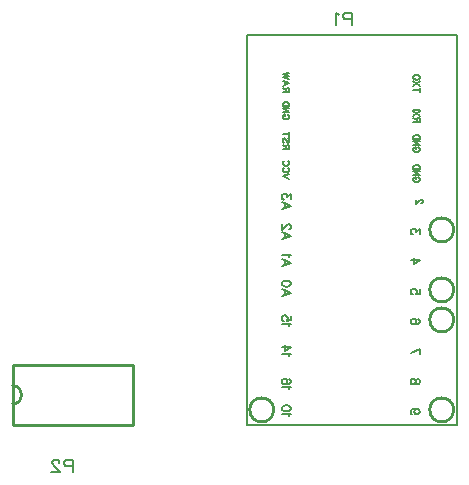
<source format=gbo>
G04 ---------------------------- Layer name :BOTTOM SILK LAYER*
G04 EasyEDA v5.8.22, Sun, 09 Dec 2018 21:39:12 GMT*
G04 2c5bf0bc6ca0461b88a5c6b9ef220c93*
G04 Gerber Generator version 0.2*
G04 Scale: 100 percent, Rotated: No, Reflected: No *
G04 Dimensions in millimeters *
G04 leading zeros omitted , absolute positions ,3 integer and 3 decimal *
%FSLAX33Y33*%
%MOMM*%
G90*
G71D02*

%ADD10C,0.254000*%
%ADD16C,0.152400*%
%ADD17C,0.177800*%
%ADD18C,0.203200*%

%LPD*%
G54D10*
G01X1777Y8635D02*
G01X11937Y8635D01*
G01X11937Y8635D02*
G01X11937Y13715D01*
G01X11937Y13715D02*
G01X1777Y13715D01*
G01X1777Y13715D02*
G01X1777Y8635D01*
G54D18*
G01X39369Y41655D02*
G01X39369Y8635D01*
G01X21589Y8635D01*
G01X21589Y41655D01*
G01X39369Y41655D01*
G54D17*
G01X6857Y5702D02*
G01X6857Y4612D01*
G01X6857Y5702D02*
G01X6390Y5702D01*
G01X6235Y5651D01*
G01X6182Y5600D01*
G01X6131Y5496D01*
G01X6131Y5339D01*
G01X6182Y5234D01*
G01X6235Y5184D01*
G01X6390Y5130D01*
G01X6857Y5130D01*
G01X5735Y5443D02*
G01X5735Y5496D01*
G01X5684Y5600D01*
G01X5631Y5651D01*
G01X5526Y5702D01*
G01X5321Y5702D01*
G01X5217Y5651D01*
G01X5163Y5600D01*
G01X5112Y5496D01*
G01X5112Y5392D01*
G01X5163Y5288D01*
G01X5267Y5130D01*
G01X5788Y4612D01*
G01X5059Y4612D01*
G01X30479Y43548D02*
G01X30479Y42458D01*
G01X30479Y43548D02*
G01X30012Y43548D01*
G01X29857Y43497D01*
G01X29804Y43446D01*
G01X29753Y43342D01*
G01X29753Y43185D01*
G01X29804Y43080D01*
G01X29857Y43030D01*
G01X30012Y42976D01*
G01X30479Y42976D01*
G01X29410Y43342D02*
G01X29306Y43393D01*
G01X29148Y43548D01*
G01X29148Y42458D01*
G54D16*
G01X35986Y9974D02*
G01X35882Y9941D01*
G01X35813Y9870D01*
G01X35778Y9766D01*
G01X35778Y9733D01*
G01X35813Y9629D01*
G01X35882Y9560D01*
G01X35986Y9524D01*
G01X36022Y9524D01*
G01X36126Y9560D01*
G01X36194Y9629D01*
G01X36230Y9733D01*
G01X36230Y9766D01*
G01X36194Y9870D01*
G01X36126Y9941D01*
G01X35986Y9974D01*
G01X35813Y9974D01*
G01X35641Y9941D01*
G01X35537Y9870D01*
G01X35501Y9766D01*
G01X35501Y9697D01*
G01X35537Y9593D01*
G01X35605Y9560D01*
G01X36230Y12237D02*
G01X36194Y12133D01*
G01X36126Y12100D01*
G01X36055Y12100D01*
G01X35986Y12133D01*
G01X35953Y12204D01*
G01X35918Y12341D01*
G01X35882Y12445D01*
G01X35813Y12514D01*
G01X35745Y12550D01*
G01X35641Y12550D01*
G01X35572Y12514D01*
G01X35537Y12481D01*
G01X35501Y12377D01*
G01X35501Y12237D01*
G01X35537Y12133D01*
G01X35572Y12100D01*
G01X35641Y12064D01*
G01X35745Y12064D01*
G01X35813Y12100D01*
G01X35882Y12169D01*
G01X35918Y12273D01*
G01X35953Y12410D01*
G01X35986Y12481D01*
G01X36055Y12514D01*
G01X36126Y12514D01*
G01X36194Y12481D01*
G01X36230Y12377D01*
G01X36230Y12237D01*
G01X36230Y15090D02*
G01X35501Y14744D01*
G01X36230Y14604D02*
G01X36230Y15090D01*
G01X36126Y17561D02*
G01X36194Y17525D01*
G01X36230Y17421D01*
G01X36230Y17353D01*
G01X36194Y17249D01*
G01X36090Y17180D01*
G01X35918Y17144D01*
G01X35745Y17144D01*
G01X35605Y17180D01*
G01X35537Y17249D01*
G01X35501Y17353D01*
G01X35501Y17386D01*
G01X35537Y17490D01*
G01X35605Y17561D01*
G01X35709Y17594D01*
G01X35745Y17594D01*
G01X35849Y17561D01*
G01X35918Y17490D01*
G01X35953Y17386D01*
G01X35953Y17353D01*
G01X35918Y17249D01*
G01X35849Y17180D01*
G01X35745Y17144D01*
G01X36230Y20101D02*
G01X36230Y19753D01*
G01X35918Y19720D01*
G01X35953Y19753D01*
G01X35986Y19857D01*
G01X35986Y19961D01*
G01X35953Y20065D01*
G01X35882Y20134D01*
G01X35778Y20170D01*
G01X35709Y20170D01*
G01X35605Y20134D01*
G01X35537Y20065D01*
G01X35501Y19961D01*
G01X35501Y19857D01*
G01X35537Y19753D01*
G01X35572Y19720D01*
G01X35641Y19684D01*
G01X36230Y22570D02*
G01X35745Y22224D01*
G01X35745Y22745D01*
G01X36230Y22570D02*
G01X35501Y22570D01*
G01X36230Y24833D02*
G01X36230Y25214D01*
G01X35953Y25006D01*
G01X35953Y25110D01*
G01X35918Y25181D01*
G01X35882Y25214D01*
G01X35778Y25250D01*
G01X35709Y25250D01*
G01X35605Y25214D01*
G01X35537Y25145D01*
G01X35501Y25041D01*
G01X35501Y24937D01*
G01X35537Y24833D01*
G01X35572Y24800D01*
G01X35641Y24764D01*
G01X36372Y27381D02*
G01X36398Y27381D01*
G01X36448Y27406D01*
G01X36474Y27431D01*
G01X36499Y27482D01*
G01X36499Y27584D01*
G01X36474Y27635D01*
G01X36448Y27660D01*
G01X36398Y27685D01*
G01X36347Y27685D01*
G01X36296Y27660D01*
G01X36220Y27609D01*
G01X35966Y27355D01*
G01X35966Y27711D01*
G01X36118Y29590D02*
G01X36169Y29565D01*
G01X36220Y29514D01*
G01X36245Y29463D01*
G01X36245Y29362D01*
G01X36220Y29311D01*
G01X36169Y29260D01*
G01X36118Y29235D01*
G01X36042Y29209D01*
G01X35915Y29209D01*
G01X35839Y29235D01*
G01X35788Y29260D01*
G01X35737Y29311D01*
G01X35712Y29362D01*
G01X35712Y29463D01*
G01X35737Y29514D01*
G01X35788Y29565D01*
G01X35839Y29590D01*
G01X35915Y29590D01*
G01X35915Y29463D02*
G01X35915Y29590D01*
G01X36245Y29758D02*
G01X35712Y29758D01*
G01X36245Y29758D02*
G01X35712Y30114D01*
G01X36245Y30114D02*
G01X35712Y30114D01*
G01X36245Y30281D02*
G01X35712Y30281D01*
G01X36245Y30281D02*
G01X36245Y30459D01*
G01X36220Y30535D01*
G01X36169Y30586D01*
G01X36118Y30612D01*
G01X36042Y30637D01*
G01X35915Y30637D01*
G01X35839Y30612D01*
G01X35788Y30586D01*
G01X35737Y30535D01*
G01X35712Y30459D01*
G01X35712Y30281D01*
G01X36118Y32130D02*
G01X36169Y32105D01*
G01X36220Y32054D01*
G01X36245Y32003D01*
G01X36245Y31902D01*
G01X36220Y31851D01*
G01X36169Y31800D01*
G01X36118Y31775D01*
G01X36042Y31749D01*
G01X35915Y31749D01*
G01X35839Y31775D01*
G01X35788Y31800D01*
G01X35737Y31851D01*
G01X35712Y31902D01*
G01X35712Y32003D01*
G01X35737Y32054D01*
G01X35788Y32105D01*
G01X35839Y32130D01*
G01X35915Y32130D01*
G01X35915Y32003D02*
G01X35915Y32130D01*
G01X36245Y32298D02*
G01X35712Y32298D01*
G01X36245Y32298D02*
G01X35712Y32654D01*
G01X36245Y32654D02*
G01X35712Y32654D01*
G01X36245Y32821D02*
G01X35712Y32821D01*
G01X36245Y32821D02*
G01X36245Y32999D01*
G01X36220Y33075D01*
G01X36169Y33126D01*
G01X36118Y33152D01*
G01X36042Y33177D01*
G01X35915Y33177D01*
G01X35839Y33152D01*
G01X35788Y33126D01*
G01X35737Y33075D01*
G01X35712Y32999D01*
G01X35712Y32821D01*
G01X36245Y34289D02*
G01X35712Y34289D01*
G01X36245Y34289D02*
G01X36245Y34518D01*
G01X36220Y34594D01*
G01X36194Y34620D01*
G01X36144Y34645D01*
G01X36093Y34645D01*
G01X36042Y34620D01*
G01X36017Y34594D01*
G01X35991Y34518D01*
G01X35991Y34289D01*
G01X35991Y34467D02*
G01X35712Y34645D01*
G01X36245Y34813D02*
G01X35712Y35168D01*
G01X36245Y35168D02*
G01X35712Y34813D01*
G01X36245Y35336D02*
G01X35712Y35336D01*
G01X36245Y37007D02*
G01X35712Y37007D01*
G01X36245Y36829D02*
G01X36245Y37185D01*
G01X36245Y37353D02*
G01X35712Y37708D01*
G01X36245Y37708D02*
G01X35712Y37353D01*
G01X36245Y38028D02*
G01X36220Y37978D01*
G01X36169Y37927D01*
G01X36118Y37901D01*
G01X36042Y37876D01*
G01X35915Y37876D01*
G01X35839Y37901D01*
G01X35788Y37927D01*
G01X35737Y37978D01*
G01X35712Y38028D01*
G01X35712Y38130D01*
G01X35737Y38181D01*
G01X35788Y38232D01*
G01X35839Y38257D01*
G01X35915Y38282D01*
G01X36042Y38282D01*
G01X36118Y38257D01*
G01X36169Y38232D01*
G01X36220Y38181D01*
G01X36245Y38130D01*
G01X36245Y38028D01*
G01X25196Y36829D02*
G01X24663Y36829D01*
G01X25196Y36829D02*
G01X25196Y37058D01*
G01X25171Y37134D01*
G01X25145Y37160D01*
G01X25095Y37185D01*
G01X25044Y37185D01*
G01X24993Y37160D01*
G01X24968Y37134D01*
G01X24942Y37058D01*
G01X24942Y36829D01*
G01X24942Y37007D02*
G01X24663Y37185D01*
G01X25196Y37556D02*
G01X24663Y37353D01*
G01X25196Y37556D02*
G01X24663Y37759D01*
G01X24841Y37429D02*
G01X24841Y37683D01*
G01X25196Y37927D02*
G01X24663Y38054D01*
G01X25196Y38181D02*
G01X24663Y38054D01*
G01X25196Y38181D02*
G01X24663Y38308D01*
G01X25196Y38435D02*
G01X24663Y38308D01*
G01X25069Y34924D02*
G01X25120Y34899D01*
G01X25171Y34848D01*
G01X25196Y34797D01*
G01X25196Y34696D01*
G01X25171Y34645D01*
G01X25120Y34594D01*
G01X25069Y34569D01*
G01X24993Y34543D01*
G01X24866Y34543D01*
G01X24790Y34569D01*
G01X24739Y34594D01*
G01X24688Y34645D01*
G01X24663Y34696D01*
G01X24663Y34797D01*
G01X24688Y34848D01*
G01X24739Y34899D01*
G01X24790Y34924D01*
G01X24866Y34924D01*
G01X24866Y34797D02*
G01X24866Y34924D01*
G01X25196Y35092D02*
G01X24663Y35092D01*
G01X25196Y35092D02*
G01X24663Y35448D01*
G01X25196Y35448D02*
G01X24663Y35448D01*
G01X25196Y35615D02*
G01X24663Y35615D01*
G01X25196Y35615D02*
G01X25196Y35793D01*
G01X25171Y35869D01*
G01X25120Y35920D01*
G01X25069Y35946D01*
G01X24993Y35971D01*
G01X24866Y35971D01*
G01X24790Y35946D01*
G01X24739Y35920D01*
G01X24688Y35869D01*
G01X24663Y35793D01*
G01X24663Y35615D01*
G01X25196Y32003D02*
G01X24663Y32003D01*
G01X25196Y32003D02*
G01X25196Y32232D01*
G01X25171Y32308D01*
G01X25145Y32334D01*
G01X25095Y32359D01*
G01X25044Y32359D01*
G01X24993Y32334D01*
G01X24968Y32308D01*
G01X24942Y32232D01*
G01X24942Y32003D01*
G01X24942Y32181D02*
G01X24663Y32359D01*
G01X25120Y32882D02*
G01X25171Y32831D01*
G01X25196Y32755D01*
G01X25196Y32654D01*
G01X25171Y32577D01*
G01X25120Y32527D01*
G01X25069Y32527D01*
G01X25018Y32552D01*
G01X24993Y32577D01*
G01X24968Y32628D01*
G01X24917Y32781D01*
G01X24891Y32831D01*
G01X24866Y32857D01*
G01X24815Y32882D01*
G01X24739Y32882D01*
G01X24688Y32831D01*
G01X24663Y32755D01*
G01X24663Y32654D01*
G01X24688Y32577D01*
G01X24739Y32527D01*
G01X25196Y33228D02*
G01X24663Y33228D01*
G01X25196Y33050D02*
G01X25196Y33406D01*
G01X25196Y29463D02*
G01X24663Y29667D01*
G01X25196Y29870D02*
G01X24663Y29667D01*
G01X25069Y30418D02*
G01X25120Y30393D01*
G01X25171Y30342D01*
G01X25196Y30291D01*
G01X25196Y30190D01*
G01X25171Y30139D01*
G01X25120Y30088D01*
G01X25069Y30063D01*
G01X24993Y30037D01*
G01X24866Y30037D01*
G01X24790Y30063D01*
G01X24739Y30088D01*
G01X24688Y30139D01*
G01X24663Y30190D01*
G01X24663Y30291D01*
G01X24688Y30342D01*
G01X24739Y30393D01*
G01X24790Y30418D01*
G01X25069Y30967D02*
G01X25120Y30942D01*
G01X25171Y30891D01*
G01X25196Y30840D01*
G01X25196Y30739D01*
G01X25171Y30688D01*
G01X25120Y30637D01*
G01X25069Y30612D01*
G01X24993Y30586D01*
G01X24866Y30586D01*
G01X24790Y30612D01*
G01X24739Y30637D01*
G01X24688Y30688D01*
G01X24663Y30739D01*
G01X24663Y30840D01*
G01X24688Y30891D01*
G01X24739Y30942D01*
G01X24790Y30967D01*
G01X25308Y27200D02*
G01X24579Y26923D01*
G01X25308Y27200D02*
G01X24579Y27477D01*
G01X24823Y27028D02*
G01X24823Y27373D01*
G01X25308Y27774D02*
G01X25308Y28155D01*
G01X25031Y27950D01*
G01X25031Y28054D01*
G01X24996Y28122D01*
G01X24960Y28155D01*
G01X24856Y28191D01*
G01X24787Y28191D01*
G01X24683Y28155D01*
G01X24615Y28087D01*
G01X24579Y27983D01*
G01X24579Y27878D01*
G01X24615Y27774D01*
G01X24650Y27741D01*
G01X24719Y27706D01*
G01X25308Y24660D02*
G01X24579Y24383D01*
G01X25308Y24660D02*
G01X24579Y24937D01*
G01X24823Y24488D02*
G01X24823Y24833D01*
G01X25133Y25201D02*
G01X25168Y25201D01*
G01X25237Y25234D01*
G01X25272Y25270D01*
G01X25308Y25338D01*
G01X25308Y25478D01*
G01X25272Y25547D01*
G01X25237Y25582D01*
G01X25168Y25615D01*
G01X25100Y25615D01*
G01X25031Y25582D01*
G01X24927Y25514D01*
G01X24579Y25166D01*
G01X24579Y25651D01*
G01X25308Y22374D02*
G01X24579Y22097D01*
G01X25308Y22374D02*
G01X24579Y22651D01*
G01X24823Y22202D02*
G01X24823Y22547D01*
G01X25168Y22880D02*
G01X25204Y22948D01*
G01X25308Y23052D01*
G01X24579Y23052D01*
G01X25308Y19834D02*
G01X24579Y19557D01*
G01X25308Y19834D02*
G01X24579Y20111D01*
G01X24823Y19662D02*
G01X24823Y20007D01*
G01X25308Y20548D02*
G01X25272Y20444D01*
G01X25168Y20375D01*
G01X24996Y20340D01*
G01X24891Y20340D01*
G01X24719Y20375D01*
G01X24615Y20444D01*
G01X24579Y20548D01*
G01X24579Y20617D01*
G01X24615Y20721D01*
G01X24719Y20789D01*
G01X24891Y20825D01*
G01X24996Y20825D01*
G01X25168Y20789D01*
G01X25272Y20721D01*
G01X25308Y20617D01*
G01X25308Y20548D01*
G01X25168Y17017D02*
G01X25204Y17086D01*
G01X25308Y17190D01*
G01X24579Y17190D01*
G01X25308Y17835D02*
G01X25308Y17487D01*
G01X24996Y17454D01*
G01X25031Y17487D01*
G01X25064Y17591D01*
G01X25064Y17696D01*
G01X25031Y17800D01*
G01X24960Y17868D01*
G01X24856Y17904D01*
G01X24787Y17904D01*
G01X24683Y17868D01*
G01X24615Y17800D01*
G01X24579Y17696D01*
G01X24579Y17591D01*
G01X24615Y17487D01*
G01X24650Y17454D01*
G01X24719Y17419D01*
G01X25168Y14477D02*
G01X25204Y14546D01*
G01X25308Y14650D01*
G01X24579Y14650D01*
G01X25308Y15227D02*
G01X24823Y14879D01*
G01X24823Y15399D01*
G01X25308Y15227D02*
G01X24579Y15227D01*
G01X25168Y11683D02*
G01X25204Y11752D01*
G01X25308Y11856D01*
G01X24579Y11856D01*
G01X25204Y12501D02*
G01X25272Y12466D01*
G01X25308Y12362D01*
G01X25308Y12293D01*
G01X25272Y12189D01*
G01X25168Y12120D01*
G01X24996Y12085D01*
G01X24823Y12085D01*
G01X24683Y12120D01*
G01X24615Y12189D01*
G01X24579Y12293D01*
G01X24579Y12329D01*
G01X24615Y12433D01*
G01X24683Y12501D01*
G01X24787Y12534D01*
G01X24823Y12534D01*
G01X24927Y12501D01*
G01X24996Y12433D01*
G01X25031Y12329D01*
G01X25031Y12293D01*
G01X24996Y12189D01*
G01X24927Y12120D01*
G01X24823Y12085D01*
G01X25168Y9397D02*
G01X25204Y9466D01*
G01X25308Y9570D01*
G01X24579Y9570D01*
G01X25308Y10007D02*
G01X25272Y9903D01*
G01X25168Y9834D01*
G01X24996Y9799D01*
G01X24891Y9799D01*
G01X24719Y9834D01*
G01X24615Y9903D01*
G01X24579Y10007D01*
G01X24579Y10076D01*
G01X24615Y10180D01*
G01X24719Y10248D01*
G01X24891Y10284D01*
G01X24996Y10284D01*
G01X25168Y10248D01*
G01X25272Y10180D01*
G01X25308Y10076D01*
G01X25308Y10007D01*
G54D10*
G75*
G01X1778Y10414D02*
G3X1778Y11938I0J762D01*
G01*
G75*
G01X39116Y17526D02*
G03X39116Y17526I-1016J0D01*
G01*
G75*
G01X39116Y20066D02*
G03X39116Y20066I-1016J0D01*
G01*
G75*
G01X39116Y25146D02*
G03X39116Y25146I-1016J0D01*
G01*
G75*
G01X39116Y9906D02*
G03X39116Y9906I-1016J0D01*
G01*
G75*
G01X23876Y9906D02*
G03X23876Y9906I-1016J0D01*
G01*
M00*
M02*

</source>
